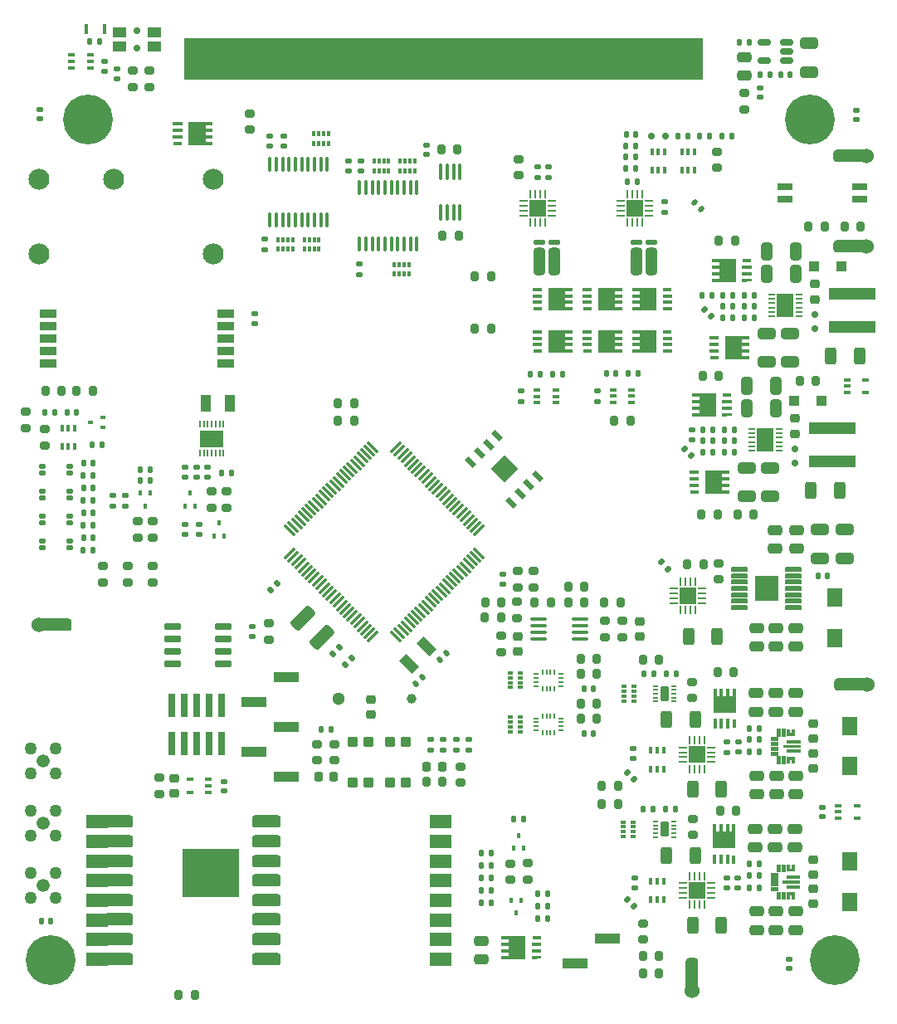
<source format=gts>
G04 #@! TF.GenerationSoftware,KiCad,Pcbnew,7.0.1*
G04 #@! TF.CreationDate,2023-06-21T10:38:35-04:00*
G04 #@! TF.ProjectId,mainboard,6d61696e-626f-4617-9264-2e6b69636164,C*
G04 #@! TF.SameCoordinates,Original*
G04 #@! TF.FileFunction,Soldermask,Top*
G04 #@! TF.FilePolarity,Negative*
%FSLAX46Y46*%
G04 Gerber Fmt 4.6, Leading zero omitted, Abs format (unit mm)*
G04 Created by KiCad (PCBNEW 7.0.1) date 2023-06-21 10:38:35*
%MOMM*%
%LPD*%
G01*
G04 APERTURE LIST*
G04 Aperture macros list*
%AMRoundRect*
0 Rectangle with rounded corners*
0 $1 Rounding radius*
0 $2 $3 $4 $5 $6 $7 $8 $9 X,Y pos of 4 corners*
0 Add a 4 corners polygon primitive as box body*
4,1,4,$2,$3,$4,$5,$6,$7,$8,$9,$2,$3,0*
0 Add four circle primitives for the rounded corners*
1,1,$1+$1,$2,$3*
1,1,$1+$1,$4,$5*
1,1,$1+$1,$6,$7*
1,1,$1+$1,$8,$9*
0 Add four rect primitives between the rounded corners*
20,1,$1+$1,$2,$3,$4,$5,0*
20,1,$1+$1,$4,$5,$6,$7,0*
20,1,$1+$1,$6,$7,$8,$9,0*
20,1,$1+$1,$8,$9,$2,$3,0*%
%AMRotRect*
0 Rectangle, with rotation*
0 The origin of the aperture is its center*
0 $1 length*
0 $2 width*
0 $3 Rotation angle, in degrees counterclockwise*
0 Add horizontal line*
21,1,$1,$2,0,0,$3*%
%AMFreePoly0*
4,1,12,0.105238,2.379067,0.194454,2.319454,0.254067,2.230238,0.275000,2.125000,0.275000,-1.400000,-0.275000,-1.400000,-0.275000,2.125000,-0.254067,2.230238,-0.194454,2.319454,-0.105238,2.379067,0.000000,2.400000,0.105238,2.379067,0.105238,2.379067,$1*%
G04 Aperture macros list end*
%ADD10C,0.100000*%
%ADD11C,0.010000*%
%ADD12RoundRect,0.225000X0.225000X0.250000X-0.225000X0.250000X-0.225000X-0.250000X0.225000X-0.250000X0*%
%ADD13R,0.969500X0.340000*%
%ADD14RoundRect,0.200000X0.275000X-0.200000X0.275000X0.200000X-0.275000X0.200000X-0.275000X-0.200000X0*%
%ADD15RoundRect,0.135000X0.135000X0.185000X-0.135000X0.185000X-0.135000X-0.185000X0.135000X-0.185000X0*%
%ADD16RotRect,0.500000X1.100000X225.000000*%
%ADD17RotRect,2.000000X2.000000X225.000000*%
%ADD18RoundRect,0.150000X-0.725000X-0.150000X0.725000X-0.150000X0.725000X0.150000X-0.725000X0.150000X0*%
%ADD19RoundRect,0.135000X0.035355X-0.226274X0.226274X-0.035355X-0.035355X0.226274X-0.226274X0.035355X0*%
%ADD20C,2.133600*%
%ADD21RoundRect,0.140000X-0.170000X0.140000X-0.170000X-0.140000X0.170000X-0.140000X0.170000X0.140000X0*%
%ADD22RoundRect,0.135000X-0.135000X-0.185000X0.135000X-0.185000X0.135000X0.185000X-0.135000X0.185000X0*%
%ADD23RoundRect,0.135000X-0.185000X0.135000X-0.185000X-0.135000X0.185000X-0.135000X0.185000X0.135000X0*%
%ADD24RoundRect,0.250000X1.025305X0.494975X0.494975X1.025305X-1.025305X-0.494975X-0.494975X-1.025305X0*%
%ADD25RoundRect,0.140000X0.021213X-0.219203X0.219203X-0.021213X-0.021213X0.219203X-0.219203X0.021213X0*%
%ADD26RotRect,1.000000X1.800000X225.000000*%
%ADD27RoundRect,0.140000X-0.021213X0.219203X-0.219203X0.021213X0.021213X-0.219203X0.219203X-0.021213X0*%
%ADD28RoundRect,0.287500X-0.287500X-1.112500X0.287500X-1.112500X0.287500X1.112500X-0.287500X1.112500X0*%
%ADD29RoundRect,0.287500X0.287500X1.112500X-0.287500X1.112500X-0.287500X-1.112500X0.287500X-1.112500X0*%
%ADD30RoundRect,0.112500X-0.462500X-0.112500X0.462500X-0.112500X0.462500X0.112500X-0.462500X0.112500X0*%
%ADD31RoundRect,0.112500X0.462500X0.112500X-0.462500X0.112500X-0.462500X-0.112500X0.462500X-0.112500X0*%
%ADD32RoundRect,0.063500X1.000000X0.650000X-1.000000X0.650000X-1.000000X-0.650000X1.000000X-0.650000X0*%
%ADD33RoundRect,0.063500X2.849999X2.400000X-2.849999X2.400000X-2.849999X-2.400000X2.849999X-2.400000X0*%
%ADD34RoundRect,0.050800X-0.450000X0.450000X-0.450000X-0.450000X0.450000X-0.450000X0.450000X0.450000X0*%
%ADD35RoundRect,0.250000X-0.475000X0.250000X-0.475000X-0.250000X0.475000X-0.250000X0.475000X0.250000X0*%
%ADD36RoundRect,0.140000X-0.219203X-0.021213X-0.021213X-0.219203X0.219203X0.021213X0.021213X0.219203X0*%
%ADD37RoundRect,0.250000X0.475000X-0.250000X0.475000X0.250000X-0.475000X0.250000X-0.475000X-0.250000X0*%
%ADD38RoundRect,0.140000X0.140000X0.170000X-0.140000X0.170000X-0.140000X-0.170000X0.140000X-0.170000X0*%
%ADD39RoundRect,0.250000X0.650000X-0.325000X0.650000X0.325000X-0.650000X0.325000X-0.650000X-0.325000X0*%
%ADD40RoundRect,0.140000X0.170000X-0.140000X0.170000X0.140000X-0.170000X0.140000X-0.170000X-0.140000X0*%
%ADD41RoundRect,0.140000X-0.140000X-0.170000X0.140000X-0.170000X0.140000X0.170000X-0.140000X0.170000X0*%
%ADD42R,0.370000X1.000000*%
%ADD43FreePoly0,0.000000*%
%ADD44C,0.700000*%
%ADD45R,1.400000X1.050000*%
%ADD46RoundRect,0.150000X0.512500X0.150000X-0.512500X0.150000X-0.512500X-0.150000X0.512500X-0.150000X0*%
%ADD47RoundRect,0.225000X-0.250000X0.225000X-0.250000X-0.225000X0.250000X-0.225000X0.250000X0.225000X0*%
%ADD48R,1.600000X1.900000*%
%ADD49RoundRect,0.075000X0.521491X-0.415425X-0.415425X0.521491X-0.521491X0.415425X0.415425X-0.521491X0*%
%ADD50RoundRect,0.075000X0.521491X0.415425X0.415425X0.521491X-0.521491X-0.415425X-0.415425X-0.521491X0*%
%ADD51RoundRect,0.225000X0.250000X-0.225000X0.250000X0.225000X-0.250000X0.225000X-0.250000X-0.225000X0*%
%ADD52RoundRect,0.200000X-0.200000X-0.275000X0.200000X-0.275000X0.200000X0.275000X-0.200000X0.275000X0*%
%ADD53RoundRect,0.250000X-0.325000X-0.650000X0.325000X-0.650000X0.325000X0.650000X-0.325000X0.650000X0*%
%ADD54R,4.700000X1.180000*%
%ADD55C,1.334000*%
%ADD56C,1.268000*%
%ADD57RoundRect,0.135000X0.185000X-0.135000X0.185000X0.135000X-0.185000X0.135000X-0.185000X-0.135000X0*%
%ADD58RoundRect,0.125000X-0.187500X-0.125000X0.187500X-0.125000X0.187500X0.125000X-0.187500X0.125000X0*%
%ADD59C,1.524000*%
%ADD60RoundRect,0.317500X-1.587500X-0.317500X1.587500X-0.317500X1.587500X0.317500X-1.587500X0.317500X0*%
%ADD61R,0.225000X0.612000*%
%ADD62R,0.225000X0.513500*%
%ADD63R,0.513000X0.225000*%
%ADD64R,2.510000X1.000000*%
%ADD65R,0.400000X0.510000*%
%ADD66RoundRect,0.200000X-0.275000X0.200000X-0.275000X-0.200000X0.275000X-0.200000X0.275000X0.200000X0*%
%ADD67RoundRect,0.150000X0.200000X-0.150000X0.200000X0.150000X-0.200000X0.150000X-0.200000X-0.150000X0*%
%ADD68R,0.250000X0.700000*%
%ADD69R,2.350000X1.780000*%
%ADD70RoundRect,0.200000X0.200000X0.275000X-0.200000X0.275000X-0.200000X-0.275000X0.200000X-0.275000X0*%
%ADD71R,0.340000X0.969500*%
%ADD72RoundRect,0.317500X1.157500X0.317500X-1.157500X0.317500X-1.157500X-0.317500X1.157500X-0.317500X0*%
%ADD73R,0.700000X0.250000*%
%ADD74R,1.660000X2.380000*%
%ADD75RoundRect,0.147500X0.226274X0.017678X0.017678X0.226274X-0.226274X-0.017678X-0.017678X-0.226274X0*%
%ADD76RoundRect,0.062500X-0.062500X0.350000X-0.062500X-0.350000X0.062500X-0.350000X0.062500X0.350000X0*%
%ADD77RoundRect,0.062500X-0.350000X0.062500X-0.350000X-0.062500X0.350000X-0.062500X0.350000X0.062500X0*%
%ADD78R,1.680000X1.680000*%
%ADD79RoundRect,0.225000X-0.225000X-0.250000X0.225000X-0.250000X0.225000X0.250000X-0.225000X0.250000X0*%
%ADD80R,1.651000X0.914400*%
%ADD81R,0.400000X0.500000*%
%ADD82R,0.300000X0.500000*%
%ADD83R,0.400000X0.650000*%
%ADD84RoundRect,0.147500X-0.147500X-0.172500X0.147500X-0.172500X0.147500X0.172500X-0.147500X0.172500X0*%
%ADD85R,0.500000X0.400000*%
%ADD86R,0.500000X0.300000*%
%ADD87R,0.650000X0.400000*%
%ADD88R,0.740000X2.400000*%
%ADD89RoundRect,0.100000X0.100000X-0.637500X0.100000X0.637500X-0.100000X0.637500X-0.100000X-0.637500X0*%
%ADD90C,5.080000*%
%ADD91RoundRect,0.317500X-0.317500X1.587500X-0.317500X-1.587500X0.317500X-1.587500X0.317500X1.587500X0*%
%ADD92RoundRect,0.250000X0.312500X0.625000X-0.312500X0.625000X-0.312500X-0.625000X0.312500X-0.625000X0*%
%ADD93RoundRect,0.250000X0.300000X0.300000X-0.300000X0.300000X-0.300000X-0.300000X0.300000X-0.300000X0*%
%ADD94R,0.510000X0.400000*%
%ADD95RoundRect,0.100000X0.712500X0.100000X-0.712500X0.100000X-0.712500X-0.100000X0.712500X-0.100000X0*%
%ADD96R,1.600000X0.760000*%
%ADD97RoundRect,0.250000X-0.312500X-0.625000X0.312500X-0.625000X0.312500X0.625000X-0.312500X0.625000X0*%
%ADD98RoundRect,0.150000X-0.150000X-0.200000X0.150000X-0.200000X0.150000X0.200000X-0.150000X0.200000X0*%
%ADD99RoundRect,0.317500X1.587500X0.317500X-1.587500X0.317500X-1.587500X-0.317500X1.587500X-0.317500X0*%
%ADD100RoundRect,0.135000X-0.035355X0.226274X-0.226274X0.035355X0.035355X-0.226274X0.226274X-0.035355X0*%
%ADD101RoundRect,0.050000X0.200000X0.050000X-0.200000X0.050000X-0.200000X-0.050000X0.200000X-0.050000X0*%
%ADD102RoundRect,0.225000X0.225000X0.525000X-0.225000X0.525000X-0.225000X-0.525000X0.225000X-0.525000X0*%
%ADD103RoundRect,0.063500X-0.800100X-0.152400X0.800100X-0.152400X0.800100X0.152400X-0.800100X0.152400X0*%
%ADD104RoundRect,0.063500X-1.155000X-1.230000X1.155000X-1.230000X1.155000X1.230000X-1.155000X1.230000X0*%
%ADD105RoundRect,0.100000X0.100000X-0.712500X0.100000X0.712500X-0.100000X0.712500X-0.100000X-0.712500X0*%
%ADD106R,1.000000X1.800000*%
%ADD107C,1.300000*%
%ADD108C,1.000000*%
G04 APERTURE END LIST*
G36*
X69295500Y-62187000D02*
G01*
X68326000Y-62187000D01*
X68326000Y-61849000D01*
X69295500Y-61847000D01*
X69295500Y-62187000D01*
G37*
G36*
X69295500Y-62835000D02*
G01*
X68326000Y-62835000D01*
X68326000Y-62497000D01*
X69295500Y-62495000D01*
X69295500Y-62835000D01*
G37*
G36*
X69295500Y-63485000D02*
G01*
X68326000Y-63485000D01*
X68326000Y-63147000D01*
X69295500Y-63145000D01*
X69295500Y-63485000D01*
G37*
G36*
X72390000Y-62187000D02*
G01*
X71645500Y-62187000D01*
X71645500Y-62497000D01*
X72390000Y-62497000D01*
X72390000Y-62837000D01*
X71645500Y-62837000D01*
X71645500Y-63147000D01*
X72390000Y-63147000D01*
X72390000Y-63487000D01*
X71645500Y-63487000D01*
X71645500Y-63797000D01*
X72390000Y-63797000D01*
X72390000Y-64137000D01*
X69935000Y-64137000D01*
X69935000Y-61847000D01*
X72390000Y-61847000D01*
X72390000Y-62187000D01*
G37*
D10*
X122283811Y-57437160D02*
X69483811Y-57437160D01*
X69483811Y-53237160D01*
X122283811Y-53237160D01*
X122283811Y-57437160D01*
G36*
X122283811Y-57437160D02*
G01*
X69483811Y-57437160D01*
X69483811Y-53237160D01*
X122283811Y-53237160D01*
X122283811Y-57437160D01*
G37*
D11*
X130034602Y-124901000D02*
X129334602Y-124901000D01*
X129334602Y-124551000D01*
X130034602Y-124551000D01*
X130034602Y-124901000D01*
G36*
X130034602Y-124901000D02*
G01*
X129334602Y-124901000D01*
X129334602Y-124551000D01*
X130034602Y-124551000D01*
X130034602Y-124901000D01*
G37*
X130034602Y-125401000D02*
X129334602Y-125401000D01*
X129334602Y-125051000D01*
X130034602Y-125051000D01*
X130034602Y-125401000D01*
G36*
X130034602Y-125401000D02*
G01*
X129334602Y-125401000D01*
X129334602Y-125051000D01*
X130034602Y-125051000D01*
X130034602Y-125401000D01*
G37*
X130034602Y-125901000D02*
X129334602Y-125901000D01*
X129334602Y-125551000D01*
X130034602Y-125551000D01*
X130034602Y-125901000D01*
G36*
X130034602Y-125901000D02*
G01*
X129334602Y-125901000D01*
X129334602Y-125551000D01*
X130034602Y-125551000D01*
X130034602Y-125901000D01*
G37*
X130034602Y-126401000D02*
X129334602Y-126401000D01*
X129334602Y-126051000D01*
X130034602Y-126051000D01*
X130034602Y-126401000D01*
G36*
X130034602Y-126401000D02*
G01*
X129334602Y-126401000D01*
X129334602Y-126051000D01*
X130034602Y-126051000D01*
X130034602Y-126401000D01*
G37*
X130284602Y-124426000D02*
X129934602Y-124426000D01*
X129934602Y-123726000D01*
X130284602Y-123726000D01*
X130284602Y-124426000D01*
G36*
X130284602Y-124426000D02*
G01*
X129934602Y-124426000D01*
X129934602Y-123726000D01*
X130284602Y-123726000D01*
X130284602Y-124426000D01*
G37*
X130284602Y-127226000D02*
X129934602Y-127226000D01*
X129934602Y-126526000D01*
X130284602Y-126526000D01*
X130284602Y-127226000D01*
G36*
X130284602Y-127226000D02*
G01*
X129934602Y-127226000D01*
X129934602Y-126526000D01*
X130284602Y-126526000D01*
X130284602Y-127226000D01*
G37*
X130784602Y-124426000D02*
X130434602Y-124426000D01*
X130434602Y-123726000D01*
X130784602Y-123726000D01*
X130784602Y-124426000D01*
G36*
X130784602Y-124426000D02*
G01*
X130434602Y-124426000D01*
X130434602Y-123726000D01*
X130784602Y-123726000D01*
X130784602Y-124426000D01*
G37*
X130784602Y-127226000D02*
X130434602Y-127226000D01*
X130434602Y-126526000D01*
X130784602Y-126526000D01*
X130784602Y-127226000D01*
G36*
X130784602Y-127226000D02*
G01*
X130434602Y-127226000D01*
X130434602Y-126526000D01*
X130784602Y-126526000D01*
X130784602Y-127226000D01*
G37*
X132284602Y-125601000D02*
X130584602Y-125601000D01*
X130584602Y-125351000D01*
X132284602Y-125351000D01*
X132284602Y-125601000D01*
G36*
X132284602Y-125601000D02*
G01*
X130584602Y-125601000D01*
X130584602Y-125351000D01*
X132284602Y-125351000D01*
X132284602Y-125601000D01*
G37*
X132284602Y-125101000D02*
X130934602Y-125101000D01*
X130934602Y-124851000D01*
X132284602Y-124851000D01*
X132284602Y-125101000D01*
G36*
X132284602Y-125101000D02*
G01*
X130934602Y-125101000D01*
X130934602Y-124851000D01*
X132284602Y-124851000D01*
X132284602Y-125101000D01*
G37*
X132284602Y-126101000D02*
X130934602Y-126101000D01*
X130934602Y-125851000D01*
X132284602Y-125851000D01*
X132284602Y-126101000D01*
G36*
X132284602Y-126101000D02*
G01*
X130934602Y-126101000D01*
X130934602Y-125851000D01*
X132284602Y-125851000D01*
X132284602Y-126101000D01*
G37*
X131734602Y-127176000D02*
X131484602Y-127176000D01*
X131484602Y-126826000D01*
X131234602Y-126826000D01*
X131234602Y-127176000D01*
X130984602Y-127176000D01*
X130984602Y-126576000D01*
X131734602Y-126576000D01*
X131734602Y-127176000D01*
G36*
X131734602Y-127176000D02*
G01*
X131484602Y-127176000D01*
X131484602Y-126826000D01*
X131234602Y-126826000D01*
X131234602Y-127176000D01*
X130984602Y-127176000D01*
X130984602Y-126576000D01*
X131734602Y-126576000D01*
X131734602Y-127176000D01*
G37*
X131234602Y-124126000D02*
X131484602Y-124126000D01*
X131484602Y-123776000D01*
X131734602Y-123776000D01*
X131734602Y-124376000D01*
X130984602Y-124376000D01*
X130984602Y-123776000D01*
X131234602Y-123776000D01*
X131234602Y-124126000D01*
G36*
X131234602Y-124126000D02*
G01*
X131484602Y-124126000D01*
X131484602Y-123776000D01*
X131734602Y-123776000D01*
X131734602Y-124376000D01*
X130984602Y-124376000D01*
X130984602Y-123776000D01*
X131234602Y-123776000D01*
X131234602Y-124126000D01*
G37*
G36*
X125338000Y-91821000D02*
G01*
X124368500Y-91823000D01*
X124368500Y-91483000D01*
X125338000Y-91483000D01*
X125338000Y-91821000D01*
G37*
G36*
X125338000Y-91173000D02*
G01*
X124368500Y-91175000D01*
X124368500Y-90835000D01*
X125338000Y-90835000D01*
X125338000Y-91173000D01*
G37*
G36*
X125338000Y-90523000D02*
G01*
X124368500Y-90525000D01*
X124368500Y-90185000D01*
X125338000Y-90185000D01*
X125338000Y-90523000D01*
G37*
G36*
X123729000Y-91823000D02*
G01*
X121274000Y-91823000D01*
X121274000Y-91483000D01*
X122018500Y-91483000D01*
X122018500Y-91173000D01*
X121274000Y-91173000D01*
X121274000Y-90833000D01*
X122018500Y-90833000D01*
X122018500Y-90523000D01*
X121274000Y-90523000D01*
X121274000Y-90183000D01*
X122018500Y-90183000D01*
X122018500Y-89873000D01*
X121274000Y-89873000D01*
X121274000Y-89533000D01*
X123729000Y-89533000D01*
X123729000Y-91823000D01*
G37*
G36*
X106009500Y-83396001D02*
G01*
X105040000Y-83396001D01*
X105040000Y-83058001D01*
X106009500Y-83056001D01*
X106009500Y-83396001D01*
G37*
G36*
X106009500Y-84044001D02*
G01*
X105040000Y-84044001D01*
X105040000Y-83706001D01*
X106009500Y-83704001D01*
X106009500Y-84044001D01*
G37*
G36*
X106009500Y-84694001D02*
G01*
X105040000Y-84694001D01*
X105040000Y-84356001D01*
X106009500Y-84354001D01*
X106009500Y-84694001D01*
G37*
G36*
X109104000Y-83396001D02*
G01*
X108359500Y-83396001D01*
X108359500Y-83706001D01*
X109104000Y-83706001D01*
X109104000Y-84046001D01*
X108359500Y-84046001D01*
X108359500Y-84356001D01*
X109104000Y-84356001D01*
X109104000Y-84696001D01*
X108359500Y-84696001D01*
X108359500Y-85006001D01*
X109104000Y-85006001D01*
X109104000Y-85346001D01*
X106649000Y-85346001D01*
X106649000Y-83056001D01*
X109104000Y-83056001D01*
X109104000Y-83396001D01*
G37*
G36*
X123806602Y-123687001D02*
G01*
X123468602Y-123687001D01*
X123466602Y-122717501D01*
X123806602Y-122717501D01*
X123806602Y-123687001D01*
G37*
G36*
X124454602Y-123687001D02*
G01*
X124116602Y-123687001D01*
X124114602Y-122717501D01*
X124454602Y-122717501D01*
X124454602Y-123687001D01*
G37*
G36*
X125104602Y-123687001D02*
G01*
X124766602Y-123687001D01*
X124764602Y-122717501D01*
X125104602Y-122717501D01*
X125104602Y-123687001D01*
G37*
G36*
X123806602Y-120367501D02*
G01*
X124116602Y-120367501D01*
X124116602Y-119623001D01*
X124456602Y-119623001D01*
X124456602Y-120367501D01*
X124766602Y-120367501D01*
X124766602Y-119623001D01*
X125106602Y-119623001D01*
X125106602Y-120367501D01*
X125416602Y-120367501D01*
X125416602Y-119623001D01*
X125756602Y-119623001D01*
X125756602Y-122078001D01*
X123466602Y-122078001D01*
X123466602Y-119623001D01*
X123806602Y-119623001D01*
X123806602Y-120367501D01*
G37*
G36*
X127370000Y-78105000D02*
G01*
X126400500Y-78107000D01*
X126400500Y-77767000D01*
X127370000Y-77767000D01*
X127370000Y-78105000D01*
G37*
G36*
X127370000Y-77457000D02*
G01*
X126400500Y-77459000D01*
X126400500Y-77119000D01*
X127370000Y-77119000D01*
X127370000Y-77457000D01*
G37*
G36*
X127370000Y-76807000D02*
G01*
X126400500Y-76809000D01*
X126400500Y-76469000D01*
X127370000Y-76469000D01*
X127370000Y-76807000D01*
G37*
G36*
X125761000Y-78107000D02*
G01*
X123306000Y-78107000D01*
X123306000Y-77767000D01*
X124050500Y-77767000D01*
X124050500Y-77457000D01*
X123306000Y-77457000D01*
X123306000Y-77117000D01*
X124050500Y-77117000D01*
X124050500Y-76807000D01*
X123306000Y-76807000D01*
X123306000Y-76467000D01*
X124050500Y-76467000D01*
X124050500Y-76157000D01*
X123306000Y-76157000D01*
X123306000Y-75817000D01*
X125761000Y-75817000D01*
X125761000Y-78107000D01*
G37*
G36*
X123782000Y-137526001D02*
G01*
X123444000Y-137526001D01*
X123442000Y-136556501D01*
X123782000Y-136556501D01*
X123782000Y-137526001D01*
G37*
G36*
X124430000Y-137526001D02*
G01*
X124092000Y-137526001D01*
X124090000Y-136556501D01*
X124430000Y-136556501D01*
X124430000Y-137526001D01*
G37*
G36*
X125080000Y-137526001D02*
G01*
X124742000Y-137526001D01*
X124740000Y-136556501D01*
X125080000Y-136556501D01*
X125080000Y-137526001D01*
G37*
G36*
X123782000Y-134206501D02*
G01*
X124092000Y-134206501D01*
X124092000Y-133462001D01*
X124432000Y-133462001D01*
X124432000Y-134206501D01*
X124742000Y-134206501D01*
X124742000Y-133462001D01*
X125082000Y-133462001D01*
X125082000Y-134206501D01*
X125392000Y-134206501D01*
X125392000Y-133462001D01*
X125732000Y-133462001D01*
X125732000Y-135917001D01*
X123442000Y-135917001D01*
X123442000Y-133462001D01*
X123782000Y-133462001D01*
X123782000Y-134206501D01*
G37*
G36*
X124043499Y-84031000D02*
G01*
X123073999Y-84031000D01*
X123073999Y-83693000D01*
X124043499Y-83691000D01*
X124043499Y-84031000D01*
G37*
G36*
X124043499Y-84679000D02*
G01*
X123073999Y-84679000D01*
X123073999Y-84341000D01*
X124043499Y-84339000D01*
X124043499Y-84679000D01*
G37*
G36*
X124043499Y-85329000D02*
G01*
X123073999Y-85329000D01*
X123073999Y-84991000D01*
X124043499Y-84989000D01*
X124043499Y-85329000D01*
G37*
G36*
X127137999Y-84031000D02*
G01*
X126393499Y-84031000D01*
X126393499Y-84341000D01*
X127137999Y-84341000D01*
X127137999Y-84681000D01*
X126393499Y-84681000D01*
X126393499Y-84991000D01*
X127137999Y-84991000D01*
X127137999Y-85331000D01*
X126393499Y-85331000D01*
X126393499Y-85641000D01*
X127137999Y-85641000D01*
X127137999Y-85981000D01*
X124682999Y-85981000D01*
X124682999Y-83691000D01*
X127137999Y-83691000D01*
X127137999Y-84031000D01*
G37*
G36*
X119264001Y-85344000D02*
G01*
X118294501Y-85346000D01*
X118294501Y-85006000D01*
X119264001Y-85006000D01*
X119264001Y-85344000D01*
G37*
G36*
X119264001Y-84696000D02*
G01*
X118294501Y-84698000D01*
X118294501Y-84358000D01*
X119264001Y-84358000D01*
X119264001Y-84696000D01*
G37*
G36*
X119264001Y-84046000D02*
G01*
X118294501Y-84048000D01*
X118294501Y-83708000D01*
X119264001Y-83708000D01*
X119264001Y-84046000D01*
G37*
G36*
X117655001Y-85346000D02*
G01*
X115200001Y-85346000D01*
X115200001Y-85006000D01*
X115944501Y-85006000D01*
X115944501Y-84696000D01*
X115200001Y-84696000D01*
X115200001Y-84356000D01*
X115944501Y-84356000D01*
X115944501Y-84046000D01*
X115200001Y-84046000D01*
X115200001Y-83706000D01*
X115944501Y-83706000D01*
X115944501Y-83396000D01*
X115200001Y-83396000D01*
X115200001Y-83056000D01*
X117655001Y-83056000D01*
X117655001Y-85346000D01*
G37*
G36*
X111089499Y-83396000D02*
G01*
X110119999Y-83396000D01*
X110119999Y-83058000D01*
X111089499Y-83056000D01*
X111089499Y-83396000D01*
G37*
G36*
X111089499Y-84044000D02*
G01*
X110119999Y-84044000D01*
X110119999Y-83706000D01*
X111089499Y-83704000D01*
X111089499Y-84044000D01*
G37*
G36*
X111089499Y-84694000D02*
G01*
X110119999Y-84694000D01*
X110119999Y-84356000D01*
X111089499Y-84354000D01*
X111089499Y-84694000D01*
G37*
G36*
X114183999Y-83396000D02*
G01*
X113439499Y-83396000D01*
X113439499Y-83706000D01*
X114183999Y-83706000D01*
X114183999Y-84046000D01*
X113439499Y-84046000D01*
X113439499Y-84356000D01*
X114183999Y-84356000D01*
X114183999Y-84696000D01*
X113439499Y-84696000D01*
X113439499Y-85006000D01*
X114183999Y-85006000D01*
X114183999Y-85346000D01*
X111728999Y-85346000D01*
X111728999Y-83056000D01*
X114183999Y-83056000D01*
X114183999Y-83396000D01*
G37*
X130010000Y-138740000D02*
X129310000Y-138740000D01*
X129310000Y-138390000D01*
X130010000Y-138390000D01*
X130010000Y-138740000D01*
G36*
X130010000Y-138740000D02*
G01*
X129310000Y-138740000D01*
X129310000Y-138390000D01*
X130010000Y-138390000D01*
X130010000Y-138740000D01*
G37*
X130010000Y-139240000D02*
X129310000Y-139240000D01*
X129310000Y-138890000D01*
X130010000Y-138890000D01*
X130010000Y-139240000D01*
G36*
X130010000Y-139240000D02*
G01*
X129310000Y-139240000D01*
X129310000Y-138890000D01*
X130010000Y-138890000D01*
X130010000Y-139240000D01*
G37*
X130010000Y-139740000D02*
X129310000Y-139740000D01*
X129310000Y-139390000D01*
X130010000Y-139390000D01*
X130010000Y-139740000D01*
G36*
X130010000Y-139740000D02*
G01*
X129310000Y-139740000D01*
X129310000Y-139390000D01*
X130010000Y-139390000D01*
X130010000Y-139740000D01*
G37*
X130010000Y-140240000D02*
X129310000Y-140240000D01*
X129310000Y-139890000D01*
X130010000Y-139890000D01*
X130010000Y-140240000D01*
G36*
X130010000Y-140240000D02*
G01*
X129310000Y-140240000D01*
X129310000Y-139890000D01*
X130010000Y-139890000D01*
X130010000Y-140240000D01*
G37*
X130260000Y-138265000D02*
X129910000Y-138265000D01*
X129910000Y-137565000D01*
X130260000Y-137565000D01*
X130260000Y-138265000D01*
G36*
X130260000Y-138265000D02*
G01*
X129910000Y-138265000D01*
X129910000Y-137565000D01*
X130260000Y-137565000D01*
X130260000Y-138265000D01*
G37*
X130260000Y-141065000D02*
X129910000Y-141065000D01*
X129910000Y-140365000D01*
X130260000Y-140365000D01*
X130260000Y-141065000D01*
G36*
X130260000Y-141065000D02*
G01*
X129910000Y-141065000D01*
X129910000Y-140365000D01*
X130260000Y-140365000D01*
X130260000Y-141065000D01*
G37*
X130760000Y-138265000D02*
X130410000Y-138265000D01*
X130410000Y-137565000D01*
X130760000Y-137565000D01*
X130760000Y-138265000D01*
G36*
X130760000Y-138265000D02*
G01*
X130410000Y-138265000D01*
X130410000Y-137565000D01*
X130760000Y-137565000D01*
X130760000Y-138265000D01*
G37*
X130760000Y-141065000D02*
X130410000Y-141065000D01*
X130410000Y-140365000D01*
X130760000Y-140365000D01*
X130760000Y-141065000D01*
G36*
X130760000Y-141065000D02*
G01*
X130410000Y-141065000D01*
X130410000Y-140365000D01*
X130760000Y-140365000D01*
X130760000Y-141065000D01*
G37*
X132260000Y-139440000D02*
X130560000Y-139440000D01*
X130560000Y-139190000D01*
X132260000Y-139190000D01*
X132260000Y-139440000D01*
G36*
X132260000Y-139440000D02*
G01*
X130560000Y-139440000D01*
X130560000Y-139190000D01*
X132260000Y-139190000D01*
X132260000Y-139440000D01*
G37*
X132260000Y-138940000D02*
X130910000Y-138940000D01*
X130910000Y-138690000D01*
X132260000Y-138690000D01*
X132260000Y-138940000D01*
G36*
X132260000Y-138940000D02*
G01*
X130910000Y-138940000D01*
X130910000Y-138690000D01*
X132260000Y-138690000D01*
X132260000Y-138940000D01*
G37*
X132260000Y-139940000D02*
X130910000Y-139940000D01*
X130910000Y-139690000D01*
X132260000Y-139690000D01*
X132260000Y-139940000D01*
G36*
X132260000Y-139940000D02*
G01*
X130910000Y-139940000D01*
X130910000Y-139690000D01*
X132260000Y-139690000D01*
X132260000Y-139940000D01*
G37*
X131710000Y-141015000D02*
X131460000Y-141015000D01*
X131460000Y-140665000D01*
X131210000Y-140665000D01*
X131210000Y-141015000D01*
X130960000Y-141015000D01*
X130960000Y-140415000D01*
X131710000Y-140415000D01*
X131710000Y-141015000D01*
G36*
X131710000Y-141015000D02*
G01*
X131460000Y-141015000D01*
X131460000Y-140665000D01*
X131210000Y-140665000D01*
X131210000Y-141015000D01*
X130960000Y-141015000D01*
X130960000Y-140415000D01*
X131710000Y-140415000D01*
X131710000Y-141015000D01*
G37*
X131210000Y-137965000D02*
X131460000Y-137965000D01*
X131460000Y-137615000D01*
X131710000Y-137615000D01*
X131710000Y-138215000D01*
X130960000Y-138215000D01*
X130960000Y-137615000D01*
X131210000Y-137615000D01*
X131210000Y-137965000D01*
G36*
X131210000Y-137965000D02*
G01*
X131460000Y-137965000D01*
X131460000Y-137615000D01*
X131710000Y-137615000D01*
X131710000Y-138215000D01*
X130960000Y-138215000D01*
X130960000Y-137615000D01*
X131210000Y-137615000D01*
X131210000Y-137965000D01*
G37*
G36*
X119264002Y-81026000D02*
G01*
X118294502Y-81028000D01*
X118294502Y-80688000D01*
X119264002Y-80688000D01*
X119264002Y-81026000D01*
G37*
G36*
X119264002Y-80378000D02*
G01*
X118294502Y-80380000D01*
X118294502Y-80040000D01*
X119264002Y-80040000D01*
X119264002Y-80378000D01*
G37*
G36*
X119264002Y-79728000D02*
G01*
X118294502Y-79730000D01*
X118294502Y-79390000D01*
X119264002Y-79390000D01*
X119264002Y-79728000D01*
G37*
G36*
X117655002Y-81028000D02*
G01*
X115200002Y-81028000D01*
X115200002Y-80688000D01*
X115944502Y-80688000D01*
X115944502Y-80378000D01*
X115200002Y-80378000D01*
X115200002Y-80038000D01*
X115944502Y-80038000D01*
X115944502Y-79728000D01*
X115200002Y-79728000D01*
X115200002Y-79388000D01*
X115944502Y-79388000D01*
X115944502Y-79078000D01*
X115200002Y-79078000D01*
X115200002Y-78738000D01*
X117655002Y-78738000D01*
X117655002Y-81028000D01*
G37*
G36*
X106009499Y-79078000D02*
G01*
X105039999Y-79078000D01*
X105039999Y-78740000D01*
X106009499Y-78738000D01*
X106009499Y-79078000D01*
G37*
G36*
X106009499Y-79726000D02*
G01*
X105039999Y-79726000D01*
X105039999Y-79388000D01*
X106009499Y-79386000D01*
X106009499Y-79726000D01*
G37*
G36*
X106009499Y-80376000D02*
G01*
X105039999Y-80376000D01*
X105039999Y-80038000D01*
X106009499Y-80036000D01*
X106009499Y-80376000D01*
G37*
G36*
X109103999Y-79078000D02*
G01*
X108359499Y-79078000D01*
X108359499Y-79388000D01*
X109103999Y-79388000D01*
X109103999Y-79728000D01*
X108359499Y-79728000D01*
X108359499Y-80038000D01*
X109103999Y-80038000D01*
X109103999Y-80378000D01*
X108359499Y-80378000D01*
X108359499Y-80688000D01*
X109103999Y-80688000D01*
X109103999Y-81028000D01*
X106648999Y-81028000D01*
X106648999Y-78738000D01*
X109103999Y-78738000D01*
X109103999Y-79078000D01*
G37*
G36*
X105918000Y-147193000D02*
G01*
X104948500Y-147195000D01*
X104948500Y-146855000D01*
X105918000Y-146855000D01*
X105918000Y-147193000D01*
G37*
G36*
X105918000Y-146545000D02*
G01*
X104948500Y-146547000D01*
X104948500Y-146207000D01*
X105918000Y-146207000D01*
X105918000Y-146545000D01*
G37*
G36*
X105918000Y-145895000D02*
G01*
X104948500Y-145897000D01*
X104948500Y-145557000D01*
X105918000Y-145557000D01*
X105918000Y-145895000D01*
G37*
G36*
X104309000Y-147195000D02*
G01*
X101854000Y-147195000D01*
X101854000Y-146855000D01*
X102598500Y-146855000D01*
X102598500Y-146545000D01*
X101854000Y-146545000D01*
X101854000Y-146205000D01*
X102598500Y-146205000D01*
X102598500Y-145895000D01*
X101854000Y-145895000D01*
X101854000Y-145555000D01*
X102598500Y-145555000D01*
X102598500Y-145245000D01*
X101854000Y-145245000D01*
X101854000Y-144905000D01*
X104309000Y-144905000D01*
X104309000Y-147195000D01*
G37*
G36*
X122011499Y-97747000D02*
G01*
X121041999Y-97747000D01*
X121041999Y-97409000D01*
X122011499Y-97407000D01*
X122011499Y-97747000D01*
G37*
G36*
X122011499Y-98395000D02*
G01*
X121041999Y-98395000D01*
X121041999Y-98057000D01*
X122011499Y-98055000D01*
X122011499Y-98395000D01*
G37*
G36*
X122011499Y-99045000D02*
G01*
X121041999Y-99045000D01*
X121041999Y-98707000D01*
X122011499Y-98705000D01*
X122011499Y-99045000D01*
G37*
G36*
X125105999Y-97747000D02*
G01*
X124361499Y-97747000D01*
X124361499Y-98057000D01*
X125105999Y-98057000D01*
X125105999Y-98397000D01*
X124361499Y-98397000D01*
X124361499Y-98707000D01*
X125105999Y-98707000D01*
X125105999Y-99047000D01*
X124361499Y-99047000D01*
X124361499Y-99357000D01*
X125105999Y-99357000D01*
X125105999Y-99697000D01*
X122650999Y-99697000D01*
X122650999Y-97407000D01*
X125105999Y-97407000D01*
X125105999Y-97747000D01*
G37*
G36*
X111089499Y-79078000D02*
G01*
X110119999Y-79078000D01*
X110119999Y-78740000D01*
X111089499Y-78738000D01*
X111089499Y-79078000D01*
G37*
G36*
X111089499Y-79726000D02*
G01*
X110119999Y-79726000D01*
X110119999Y-79388000D01*
X111089499Y-79386000D01*
X111089499Y-79726000D01*
G37*
G36*
X111089499Y-80376000D02*
G01*
X110119999Y-80376000D01*
X110119999Y-80038000D01*
X111089499Y-80036000D01*
X111089499Y-80376000D01*
G37*
G36*
X114183999Y-79078000D02*
G01*
X113439499Y-79078000D01*
X113439499Y-79388000D01*
X114183999Y-79388000D01*
X114183999Y-79728000D01*
X113439499Y-79728000D01*
X113439499Y-80038000D01*
X114183999Y-80038000D01*
X114183999Y-80378000D01*
X113439499Y-80378000D01*
X113439499Y-80688000D01*
X114183999Y-80688000D01*
X114183999Y-81028000D01*
X111728999Y-81028000D01*
X111728999Y-78738000D01*
X114183999Y-78738000D01*
X114183999Y-79078000D01*
G37*
D12*
X84722000Y-128651000D03*
X83172000Y-128651000D03*
D13*
X68810750Y-63967000D03*
D14*
X103505000Y-109285000D03*
X103505000Y-107635000D03*
D15*
X84431600Y-123825000D03*
X83411600Y-123825000D03*
D16*
X101424670Y-93833456D03*
X100526644Y-94731482D03*
X99628619Y-95629507D03*
X98730593Y-96527533D03*
X102831812Y-100628752D03*
X103729838Y-99730726D03*
X104627863Y-98832701D03*
X105525889Y-97934675D03*
D17*
X102128241Y-97231104D03*
D18*
X68291000Y-113284000D03*
X68291000Y-114554000D03*
X68291000Y-115824000D03*
X68291000Y-117094000D03*
X73441000Y-117094000D03*
X73441000Y-115824000D03*
X73441000Y-114554000D03*
X73441000Y-113284000D03*
D19*
X84632978Y-116096220D03*
X85354226Y-115374972D03*
D20*
X72478900Y-67691000D03*
X72478900Y-75311000D03*
X62318900Y-67691000D03*
X54698900Y-75311000D03*
X54698900Y-67691000D03*
D21*
X101981000Y-107975001D03*
X101981000Y-108935001D03*
D22*
X99820000Y-137668000D03*
X100840000Y-137668000D03*
D23*
X76454000Y-113282000D03*
X76454000Y-114302000D03*
D24*
X83539949Y-114400949D03*
X81560051Y-112421051D03*
D25*
X95566421Y-116694843D03*
X96245243Y-116016021D03*
D26*
X92455506Y-117111682D03*
X94223272Y-115343916D03*
D27*
X93806433Y-118454832D03*
X93127611Y-119133654D03*
D14*
X105156000Y-109283000D03*
X105156000Y-107633000D03*
D28*
X105684000Y-76024000D03*
D29*
X107234000Y-76024000D03*
D30*
X105684000Y-74049000D03*
D31*
X107234000Y-74049000D03*
D32*
X60632000Y-133216000D03*
X60632000Y-135216000D03*
X60632000Y-137216000D03*
X60632000Y-139216000D03*
X60632000Y-141216000D03*
X60632000Y-143216000D03*
X60632000Y-145216000D03*
X60632000Y-147216000D03*
X95632000Y-147216000D03*
X95632000Y-145216000D03*
X95632000Y-143216000D03*
X95632000Y-141216000D03*
X95632000Y-139216000D03*
X95632000Y-137216000D03*
X95632000Y-135216000D03*
X95632000Y-133216000D03*
D33*
X72199500Y-138466000D03*
D34*
X88296000Y-129185000D03*
X86696000Y-129185000D03*
X88296000Y-125085000D03*
X86696000Y-125085000D03*
D35*
X99822000Y-145354000D03*
X99822000Y-147254000D03*
D36*
X121580589Y-70018589D03*
X122259411Y-70697411D03*
D37*
X126619000Y-57084000D03*
X126619000Y-55184000D03*
D21*
X128270000Y-58321000D03*
X128270000Y-59281000D03*
D38*
X131290000Y-57023000D03*
X130330000Y-57023000D03*
D39*
X133223000Y-56720000D03*
X133223000Y-53770000D03*
D21*
X54737000Y-60508000D03*
X54737000Y-61468000D03*
X138049000Y-60635000D03*
X138049000Y-61595000D03*
D40*
X131191000Y-148181000D03*
X131191000Y-147221000D03*
D41*
X54892000Y-143383000D03*
X55852000Y-143383000D03*
D42*
X59522000Y-52324000D03*
X61382000Y-52324000D03*
D43*
X70683811Y-55837160D03*
X71483811Y-55837160D03*
X72283811Y-55837160D03*
X73083811Y-55837160D03*
X73883811Y-55837160D03*
X74683811Y-55837160D03*
X75483811Y-55837160D03*
X76283811Y-55837160D03*
X77083811Y-55837160D03*
X77883811Y-55837160D03*
X78683811Y-55837160D03*
X79483811Y-55837160D03*
X80283811Y-55837160D03*
X81083811Y-55837160D03*
X81883811Y-55837160D03*
X82683811Y-55837160D03*
X83483811Y-55837160D03*
X84283811Y-55837160D03*
X85083811Y-55837160D03*
X85883811Y-55837160D03*
X86683811Y-55837160D03*
X87483811Y-55837160D03*
X88283811Y-55837160D03*
X89083811Y-55837160D03*
X89883811Y-55837160D03*
X90683811Y-55837160D03*
X91483811Y-55837160D03*
X92283811Y-55837160D03*
X93083811Y-55837160D03*
X93883811Y-55837160D03*
X94683811Y-55837160D03*
X95483811Y-55837160D03*
X99483811Y-55837160D03*
X100283811Y-55837160D03*
X101083811Y-55837160D03*
X101883811Y-55837160D03*
X102683811Y-55837160D03*
X103483811Y-55837160D03*
X104283811Y-55837160D03*
X105083811Y-55837160D03*
X105883811Y-55837160D03*
X106683811Y-55837160D03*
X107483811Y-55837160D03*
X108283811Y-55837160D03*
X109083811Y-55837160D03*
X109883811Y-55837160D03*
X110683811Y-55837160D03*
X111483811Y-55837160D03*
X112283811Y-55837160D03*
X113083811Y-55837160D03*
X113883811Y-55837160D03*
X114683811Y-55837160D03*
X115483811Y-55837160D03*
X116283811Y-55837160D03*
X117083811Y-55837160D03*
X117883811Y-55837160D03*
X118683811Y-55837160D03*
X119483811Y-55837160D03*
X120283811Y-55837160D03*
X121083811Y-55837160D03*
D22*
X128268000Y-57023000D03*
X129288000Y-57023000D03*
X59815000Y-53594000D03*
X60835000Y-53594000D03*
D14*
X65913000Y-58229000D03*
X65913000Y-56579000D03*
D44*
X64643000Y-52474172D03*
X64643000Y-54274172D03*
D45*
X66443000Y-52649172D03*
X66443000Y-54099172D03*
X62843000Y-52649172D03*
X62843000Y-54099172D03*
D46*
X130931500Y-55560000D03*
X130931500Y-54610000D03*
X130931500Y-53660000D03*
X128656500Y-53660000D03*
X128656500Y-55560000D03*
D15*
X127129000Y-53721000D03*
X126109000Y-53721000D03*
D37*
X129818602Y-121981000D03*
X129818602Y-120081000D03*
X131850602Y-121981000D03*
X131850602Y-120081000D03*
D47*
X133664000Y-123201000D03*
X133664000Y-124751000D03*
D35*
X129914000Y-128526000D03*
X129914000Y-130426000D03*
X131914000Y-128526000D03*
X131914000Y-130426000D03*
X127914000Y-128526000D03*
X127914000Y-130426000D03*
D41*
X127179602Y-126111000D03*
X128139602Y-126111000D03*
D48*
X137414000Y-123426000D03*
X137414000Y-127526000D03*
D49*
X91091565Y-114308846D03*
X91445118Y-113955293D03*
X91798672Y-113601740D03*
X92152225Y-113248186D03*
X92505779Y-112894633D03*
X92859332Y-112541079D03*
X93212885Y-112187526D03*
X93566439Y-111833973D03*
X93919992Y-111480419D03*
X94273546Y-111126866D03*
X94627099Y-110773312D03*
X94980652Y-110419759D03*
X95334206Y-110066206D03*
X95687759Y-109712652D03*
X96041312Y-109359099D03*
X96394866Y-109005546D03*
X96748419Y-108651992D03*
X97101973Y-108298439D03*
X97455526Y-107944885D03*
X97809079Y-107591332D03*
X98162633Y-107237779D03*
X98516186Y-106884225D03*
X98869740Y-106530672D03*
X99223293Y-106177118D03*
X99576846Y-105823565D03*
D50*
X99576846Y-103472435D03*
X99223293Y-103118882D03*
X98869740Y-102765328D03*
X98516186Y-102411775D03*
X98162633Y-102058221D03*
X97809079Y-101704668D03*
X97455526Y-101351115D03*
X97101973Y-100997561D03*
X96748419Y-100644008D03*
X96394866Y-100290454D03*
X96041312Y-99936901D03*
X95687759Y-99583348D03*
X95334206Y-99229794D03*
X94980652Y-98876241D03*
X94627099Y-98522688D03*
X94273546Y-98169134D03*
X93919992Y-97815581D03*
X93566439Y-97462027D03*
X93212885Y-97108474D03*
X92859332Y-96754921D03*
X92505779Y-96401367D03*
X92152225Y-96047814D03*
X91798672Y-95694260D03*
X91445118Y-95340707D03*
X91091565Y-94987154D03*
D49*
X88740435Y-94987154D03*
X88386882Y-95340707D03*
X88033328Y-95694260D03*
X87679775Y-96047814D03*
X87326221Y-96401367D03*
X86972668Y-96754921D03*
X86619115Y-97108474D03*
X86265561Y-97462027D03*
X85912008Y-97815581D03*
X85558454Y-98169134D03*
X85204901Y-98522688D03*
X84851348Y-98876241D03*
X84497794Y-99229794D03*
X84144241Y-99583348D03*
X83790688Y-99936901D03*
X83437134Y-100290454D03*
X83083581Y-100644008D03*
X82730027Y-100997561D03*
X82376474Y-101351115D03*
X82022921Y-101704668D03*
X81669367Y-102058221D03*
X81315814Y-102411775D03*
X80962260Y-102765328D03*
X80608707Y-103118882D03*
X80255154Y-103472435D03*
D50*
X80255154Y-105823565D03*
X80608707Y-106177118D03*
X80962260Y-106530672D03*
X81315814Y-106884225D03*
X81669367Y-107237779D03*
X82022921Y-107591332D03*
X82376474Y-107944885D03*
X82730027Y-108298439D03*
X83083581Y-108651992D03*
X83437134Y-109005546D03*
X83790688Y-109359099D03*
X84144241Y-109712652D03*
X84497794Y-110066206D03*
X84851348Y-110419759D03*
X85204901Y-110773312D03*
X85558454Y-111126866D03*
X85912008Y-111480419D03*
X86265561Y-111833973D03*
X86619115Y-112187526D03*
X86972668Y-112541079D03*
X87326221Y-112894633D03*
X87679775Y-113248186D03*
X88033328Y-113601740D03*
X88386882Y-113955293D03*
X88740435Y-114308846D03*
D23*
X70739000Y-97026000D03*
X70739000Y-98046000D03*
D13*
X124853250Y-89703000D03*
D51*
X133639398Y-141590000D03*
X133639398Y-140040000D03*
D13*
X105524750Y-85176001D03*
D52*
X109919000Y-122682000D03*
X111569000Y-122682000D03*
D35*
X127889398Y-142365000D03*
X127889398Y-144265000D03*
D53*
X126922000Y-91059000D03*
X129872000Y-91059000D03*
D54*
X137668000Y-82681000D03*
X137668000Y-79371000D03*
D55*
X55118000Y-139700000D03*
D56*
X53848000Y-140970000D03*
X56388000Y-140970000D03*
X53848000Y-138430000D03*
X56388000Y-138430000D03*
D15*
X125351000Y-63246000D03*
X124331000Y-63246000D03*
D57*
X77724000Y-74805000D03*
X77724000Y-73785000D03*
D21*
X73533000Y-129075000D03*
X73533000Y-130035000D03*
D58*
X55000500Y-99472000D03*
X55000500Y-100172000D03*
X57775500Y-100172000D03*
X57775500Y-99472000D03*
D23*
X71882000Y-97026000D03*
X71882000Y-98046000D03*
D59*
X139192000Y-119253000D03*
D60*
X137744200Y-119253000D03*
D61*
X107250000Y-117956000D03*
D62*
X106850000Y-117906750D03*
X106450000Y-117906750D03*
X106050000Y-117906750D03*
D63*
X105406500Y-118150000D03*
X105406500Y-118550000D03*
X105406500Y-118950000D03*
X105406500Y-119350000D03*
D62*
X106050000Y-119593250D03*
X106450000Y-119593250D03*
X106850000Y-119593250D03*
X107250000Y-119593250D03*
D63*
X107893500Y-119350000D03*
X107893500Y-118950000D03*
X107893500Y-118550000D03*
X107893500Y-118150000D03*
D57*
X118491000Y-70995000D03*
X118491000Y-69975000D03*
D64*
X79905000Y-118491000D03*
X76595000Y-121031000D03*
X79905000Y-123571000D03*
X76595000Y-126111000D03*
X79905000Y-128651000D03*
D52*
X94171000Y-129159000D03*
X95821000Y-129159000D03*
X133160000Y-72517000D03*
X134810000Y-72517000D03*
X125921000Y-101854000D03*
X127571000Y-101854000D03*
D22*
X127125000Y-138680000D03*
X128145000Y-138680000D03*
D15*
X106555000Y-143129000D03*
X105535000Y-143129000D03*
D65*
X72524998Y-104023000D03*
X73524998Y-104023000D03*
X73024998Y-102733000D03*
D57*
X76708000Y-82360999D03*
X76708000Y-81340999D03*
D66*
X53340000Y-91377000D03*
X53340000Y-93027000D03*
D48*
X135890000Y-114445000D03*
X135890000Y-110345000D03*
D67*
X131826000Y-95185000D03*
X131826000Y-96585000D03*
D15*
X66042000Y-98425001D03*
X65022000Y-98425001D03*
D41*
X59210000Y-104267000D03*
X60170000Y-104267000D03*
D14*
X121412000Y-134552000D03*
X121412000Y-132902000D03*
D41*
X127155000Y-139950000D03*
X128115000Y-139950000D03*
D68*
X73485000Y-92650000D03*
X73085000Y-92650000D03*
X72685000Y-92650000D03*
X72285000Y-92650000D03*
X71885000Y-92650000D03*
X71485000Y-92650000D03*
X71085000Y-92650000D03*
X71085000Y-95600000D03*
X71485000Y-95600000D03*
X71885000Y-95600000D03*
X72285000Y-95600000D03*
X72685000Y-95600000D03*
X73085000Y-95600000D03*
X73485000Y-95600000D03*
D69*
X72285000Y-94125000D03*
D52*
X99124000Y-77597000D03*
X100774000Y-77597000D03*
D23*
X106680000Y-66419000D03*
X106680000Y-67439000D03*
D70*
X113728000Y-129540000D03*
X112078000Y-129540000D03*
D58*
X55000500Y-96932000D03*
X55000500Y-97632000D03*
X57775500Y-97632000D03*
X57775500Y-96932000D03*
D71*
X125586602Y-123202251D03*
D72*
X77883000Y-147208000D03*
X77883000Y-145208000D03*
X77883000Y-143208000D03*
X77883000Y-141208000D03*
X77883000Y-139208000D03*
X77883000Y-137208000D03*
X77883000Y-135208000D03*
X77883000Y-133208000D03*
X62833000Y-133208000D03*
X62833000Y-135208000D03*
X62833000Y-137208000D03*
X62833000Y-139208000D03*
X62833000Y-141208000D03*
X62833000Y-143208000D03*
X62833000Y-145208000D03*
X62833000Y-147208000D03*
D73*
X129410000Y-79393000D03*
X129410000Y-79843000D03*
X129410000Y-80293000D03*
X129410000Y-80743000D03*
X129410000Y-81193000D03*
X129410000Y-81643000D03*
X132210000Y-81643000D03*
X132210000Y-81193000D03*
X132210000Y-80743000D03*
X132210000Y-80293000D03*
X132210000Y-79843000D03*
X132210000Y-79393000D03*
D74*
X130810000Y-80518000D03*
D23*
X79629000Y-63244000D03*
X79629000Y-64264000D03*
D66*
X123990000Y-106820000D03*
X123990000Y-108470000D03*
D75*
X121246947Y-95846947D03*
X120561053Y-95161053D03*
D15*
X74297000Y-97663000D03*
X73277000Y-97663000D03*
X123446000Y-93218000D03*
X122426000Y-93218000D03*
D41*
X59210000Y-101727000D03*
X60170000Y-101727000D03*
D22*
X105535000Y-140589000D03*
X106555000Y-140589000D03*
D41*
X126647000Y-79502000D03*
X127607000Y-79502000D03*
D76*
X116193000Y-69149500D03*
X115693000Y-69149500D03*
X115193000Y-69149500D03*
X114693000Y-69149500D03*
D77*
X113980500Y-69862000D03*
X113980500Y-70362000D03*
X113980500Y-70862000D03*
X113980500Y-71362000D03*
D76*
X114693000Y-72074500D03*
X115193000Y-72074500D03*
X115693000Y-72074500D03*
X116193000Y-72074500D03*
D77*
X116905500Y-71362000D03*
X116905500Y-70862000D03*
X116905500Y-70362000D03*
X116905500Y-69862000D03*
D78*
X115443000Y-70612000D03*
D22*
X59180000Y-100457000D03*
X60200000Y-100457000D03*
D66*
X66294000Y-107125000D03*
X66294000Y-108775000D03*
D57*
X97246000Y-125859000D03*
X97246000Y-124839000D03*
D52*
X123889000Y-117983000D03*
X125539000Y-117983000D03*
D57*
X111633000Y-90299000D03*
X111633000Y-89279000D03*
D76*
X122567602Y-124902500D03*
X122067602Y-124902500D03*
X121567602Y-124902500D03*
X121067602Y-124902500D03*
D77*
X120355102Y-125615000D03*
X120355102Y-126115000D03*
X120355102Y-126615000D03*
X120355102Y-127115000D03*
D76*
X121067602Y-127827500D03*
X121567602Y-127827500D03*
X122067602Y-127827500D03*
X122567602Y-127827500D03*
D77*
X123280102Y-127115000D03*
X123280102Y-126615000D03*
X123280102Y-126115000D03*
X123280102Y-125615000D03*
D78*
X121817602Y-126365000D03*
D13*
X126885250Y-75987000D03*
D70*
X110299000Y-109220000D03*
X108649000Y-109220000D03*
X117919000Y-116713000D03*
X116269000Y-116713000D03*
D15*
X106555000Y-141859000D03*
X105535000Y-141859000D03*
D79*
X94221000Y-127635000D03*
X95771000Y-127635000D03*
D80*
X73721500Y-86421000D03*
X73721500Y-85151000D03*
X73721500Y-83881000D03*
X73721500Y-82611000D03*
X73721500Y-81341000D03*
X55560500Y-81341000D03*
X55560500Y-82611000D03*
X55560500Y-83881000D03*
X55560500Y-85151000D03*
X55560500Y-86421000D03*
D57*
X62611000Y-57406000D03*
X62611000Y-56386000D03*
D71*
X125562000Y-137041251D03*
D81*
X92444000Y-76335000D03*
D82*
X91944000Y-76335000D03*
X91444000Y-76335000D03*
D81*
X90944000Y-76335000D03*
X90944000Y-77335000D03*
D82*
X91444000Y-77335000D03*
X91944000Y-77335000D03*
D81*
X92444000Y-77335000D03*
D73*
X127378000Y-93109000D03*
X127378000Y-93559000D03*
X127378000Y-94009000D03*
X127378000Y-94459000D03*
X127378000Y-94909000D03*
X127378000Y-95359000D03*
X130178000Y-95359000D03*
X130178000Y-94909000D03*
X130178000Y-94459000D03*
X130178000Y-94009000D03*
X130178000Y-93559000D03*
X130178000Y-93109000D03*
D74*
X128778000Y-94234000D03*
D52*
X122238000Y-101854000D03*
X123888000Y-101854000D03*
X124016000Y-73914000D03*
X125666000Y-73914000D03*
D14*
X97663000Y-129222000D03*
X97663000Y-127572000D03*
D70*
X138493000Y-72517000D03*
X136843000Y-72517000D03*
D83*
X121554000Y-64836000D03*
X120904000Y-64836000D03*
X120254000Y-64836000D03*
X120254000Y-66736000D03*
X120904000Y-66736000D03*
X121554000Y-66736000D03*
D52*
X124143000Y-132080000D03*
X125793000Y-132080000D03*
D66*
X116332000Y-143574000D03*
X116332000Y-145224000D03*
D23*
X105537000Y-66419000D03*
X105537000Y-67439000D03*
D22*
X59180000Y-105537000D03*
X60200000Y-105537000D03*
D38*
X115542000Y-63119000D03*
X114582000Y-63119000D03*
D70*
X60134000Y-89281000D03*
X58484000Y-89281000D03*
D64*
X112657000Y-145161000D03*
X109347000Y-147701000D03*
D14*
X73786999Y-101155000D03*
X73786999Y-99505000D03*
D59*
X139065000Y-65278000D03*
D60*
X137617200Y-65278000D03*
D15*
X104142000Y-132969000D03*
X103122000Y-132969000D03*
D22*
X99820000Y-140208000D03*
X100840000Y-140208000D03*
D70*
X111569000Y-116586000D03*
X109919000Y-116586000D03*
D84*
X112545000Y-87503000D03*
X113515000Y-87503000D03*
D76*
X122543000Y-138741500D03*
X122043000Y-138741500D03*
X121543000Y-138741500D03*
X121043000Y-138741500D03*
D77*
X120330500Y-139454000D03*
X120330500Y-139954000D03*
X120330500Y-140454000D03*
X120330500Y-140954000D03*
D76*
X121043000Y-141666500D03*
X121543000Y-141666500D03*
X122043000Y-141666500D03*
X122543000Y-141666500D03*
D77*
X123255500Y-140954000D03*
X123255500Y-140454000D03*
X123255500Y-139954000D03*
X123255500Y-139454000D03*
D78*
X121793000Y-140204000D03*
D85*
X102750000Y-118000000D03*
D86*
X102750000Y-118500000D03*
X102750000Y-119000000D03*
D85*
X102750000Y-119500000D03*
X103750000Y-119500000D03*
D86*
X103750000Y-119000000D03*
X103750000Y-118500000D03*
D85*
X103750000Y-118000000D03*
D13*
X123558749Y-85811000D03*
D15*
X125478000Y-81788000D03*
X124458000Y-81788000D03*
D81*
X80565728Y-73795000D03*
D82*
X80065728Y-73795000D03*
X79565728Y-73795000D03*
D81*
X79065728Y-73795000D03*
X79065728Y-74795000D03*
D82*
X79565728Y-74795000D03*
X80065728Y-74795000D03*
D81*
X80565728Y-74795000D03*
D15*
X119636000Y-131949000D03*
X118616000Y-131949000D03*
D67*
X133858000Y-81469000D03*
X133858000Y-82869000D03*
D81*
X84193000Y-63000000D03*
D82*
X83693000Y-63000000D03*
X83193000Y-63000000D03*
D81*
X82693000Y-63000000D03*
X82693000Y-64000000D03*
D82*
X83193000Y-64000000D03*
X83693000Y-64000000D03*
D81*
X84193000Y-64000000D03*
D47*
X131826000Y-92062000D03*
X131826000Y-93612000D03*
D66*
X103632000Y-65596000D03*
X103632000Y-67246000D03*
D23*
X69595999Y-102868000D03*
X69595999Y-103888000D03*
D47*
X68453000Y-128780000D03*
X68453000Y-130330000D03*
D14*
X114173000Y-114363000D03*
X114173000Y-112713000D03*
D81*
X83232728Y-73795000D03*
D82*
X82732728Y-73795000D03*
X82232728Y-73795000D03*
D81*
X81732728Y-73795000D03*
X81732728Y-74795000D03*
D82*
X82232728Y-74795000D03*
X82732728Y-74795000D03*
D81*
X83232728Y-74795000D03*
D87*
X136210000Y-131557000D03*
X136210000Y-132207000D03*
X136210000Y-132857000D03*
X138110000Y-132857000D03*
X138110000Y-131557000D03*
D22*
X107059000Y-87514500D03*
X108079000Y-87514500D03*
D37*
X129890000Y-115345000D03*
X129890000Y-113445000D03*
D88*
X68210000Y-125200000D03*
X68210000Y-121300000D03*
X69480000Y-125200000D03*
X69480000Y-121300000D03*
X70750000Y-125200000D03*
X70750000Y-121300000D03*
X72020000Y-125200000D03*
X72020000Y-121300000D03*
X73290000Y-125200000D03*
X73290000Y-121300000D03*
D13*
X118779251Y-83226000D03*
D89*
X87372000Y-74236500D03*
X88022000Y-74236500D03*
X88672000Y-74236500D03*
X89322000Y-74236500D03*
X89972000Y-74236500D03*
X90622000Y-74236500D03*
X91272000Y-74236500D03*
X91922000Y-74236500D03*
X92572000Y-74236500D03*
X93222000Y-74236500D03*
X93222000Y-68511500D03*
X92572000Y-68511500D03*
X91922000Y-68511500D03*
X91272000Y-68511500D03*
X90622000Y-68511500D03*
X89972000Y-68511500D03*
X89322000Y-68511500D03*
X88672000Y-68511500D03*
X88022000Y-68511500D03*
X87372000Y-68511500D03*
D22*
X114552000Y-64262000D03*
X115572000Y-64262000D03*
D52*
X95695000Y-64642999D03*
X97345000Y-64642999D03*
D47*
X103505000Y-114287000D03*
X103505000Y-115837000D03*
D90*
X135890000Y-147320000D03*
D14*
X102743000Y-139128000D03*
X102743000Y-137478000D03*
D57*
X63500000Y-100967000D03*
X63500000Y-99947000D03*
D65*
X103878000Y-141214000D03*
X102878000Y-141214000D03*
X103378000Y-142504000D03*
D13*
X110604749Y-85176000D03*
D15*
X100840000Y-136398000D03*
X99820000Y-136398000D03*
D59*
X121285000Y-150456900D03*
D91*
X121285000Y-149009100D03*
D76*
X106287000Y-69149500D03*
X105787000Y-69149500D03*
X105287000Y-69149500D03*
X104787000Y-69149500D03*
D77*
X104074500Y-69862000D03*
X104074500Y-70362000D03*
X104074500Y-70862000D03*
X104074500Y-71362000D03*
D76*
X104787000Y-72074500D03*
X105287000Y-72074500D03*
X105787000Y-72074500D03*
X106287000Y-72074500D03*
D77*
X106999500Y-71362000D03*
X106999500Y-70862000D03*
X106999500Y-70362000D03*
X106999500Y-69862000D03*
D78*
X105537000Y-70612000D03*
D41*
X59210000Y-99187000D03*
X60170000Y-99187000D03*
D70*
X86804000Y-92329000D03*
X85154000Y-92329000D03*
D85*
X102750000Y-122508000D03*
D86*
X102750000Y-123008000D03*
X102750000Y-123508000D03*
D85*
X102750000Y-124008000D03*
X103750000Y-124008000D03*
D86*
X103750000Y-123508000D03*
X103750000Y-123008000D03*
D85*
X103750000Y-122508000D03*
D14*
X121285000Y-120586000D03*
X121285000Y-118936000D03*
D66*
X104519000Y-137437000D03*
X104519000Y-139087000D03*
D52*
X112332000Y-110871000D03*
X113982000Y-110871000D03*
D22*
X124585000Y-94361000D03*
X125605000Y-94361000D03*
D83*
X118379000Y-125923001D03*
X117729000Y-125923001D03*
X117079000Y-125923001D03*
X117079000Y-127823001D03*
X117729000Y-127823001D03*
X118379000Y-127823001D03*
X118506000Y-64836000D03*
X117856000Y-64836000D03*
X117206000Y-64836000D03*
X117206000Y-66736000D03*
X117856000Y-66736000D03*
X118506000Y-66736000D03*
D23*
X121287000Y-93218000D03*
X121287000Y-94238000D03*
D92*
X121604500Y-136648000D03*
X118679500Y-136648000D03*
D47*
X133858000Y-78346000D03*
X133858000Y-79896000D03*
D22*
X122426000Y-94361000D03*
X123446000Y-94361000D03*
D37*
X127762000Y-135820000D03*
X127762000Y-133920000D03*
D70*
X111569000Y-121158000D03*
X109919000Y-121158000D03*
D66*
X112395000Y-112713000D03*
X112395000Y-114363000D03*
D93*
X134496000Y-90297000D03*
X131696000Y-90297000D03*
D47*
X133639398Y-137040000D03*
X133639398Y-138590000D03*
D94*
X61209000Y-92956001D03*
X61209000Y-91956001D03*
X59919000Y-92456001D03*
D13*
X118779252Y-78908000D03*
D87*
X115123000Y-90439000D03*
X115123000Y-89789000D03*
X115123000Y-89139000D03*
X113223000Y-89139000D03*
X113223000Y-89789000D03*
X113223000Y-90439000D03*
D95*
X109862500Y-114513000D03*
X109862500Y-113863000D03*
X109862500Y-113213000D03*
X109862500Y-112563000D03*
X105637500Y-112563000D03*
X105637500Y-113213000D03*
X105637500Y-113863000D03*
X105637500Y-114513000D03*
D84*
X104798000Y-87514500D03*
X105768000Y-87514500D03*
D41*
X134160000Y-108145000D03*
X135120000Y-108145000D03*
D48*
X137389398Y-137265000D03*
X137389398Y-141365000D03*
D66*
X126619000Y-58865000D03*
X126619000Y-60515000D03*
D41*
X110264000Y-119634000D03*
X111224000Y-119634000D03*
D22*
X114806000Y-87503000D03*
X115826000Y-87503000D03*
D57*
X87376000Y-77345000D03*
X87376000Y-76325000D03*
D37*
X131953000Y-105344000D03*
X131953000Y-103444000D03*
D66*
X63754000Y-107125000D03*
X63754000Y-108775000D03*
D70*
X122465000Y-106895000D03*
X120815000Y-106895000D03*
D22*
X59180000Y-97917000D03*
X60200000Y-97917000D03*
X60054000Y-94742001D03*
X61074000Y-94742001D03*
D34*
X92046000Y-129185000D03*
X90446000Y-129185000D03*
X92046000Y-125085000D03*
X90446000Y-125085000D03*
D52*
X109919000Y-118110000D03*
X111569000Y-118110000D03*
D65*
X66032000Y-99685000D03*
X65032000Y-99685000D03*
X65532000Y-100975000D03*
D14*
X84836000Y-126936000D03*
X84836000Y-125286000D03*
D22*
X114679000Y-67945000D03*
X115699000Y-67945000D03*
D52*
X99124000Y-82931000D03*
X100774000Y-82931000D03*
D28*
X115590000Y-76024000D03*
D29*
X117140000Y-76024000D03*
D30*
X115590000Y-74049000D03*
D31*
X117140000Y-74049000D03*
D39*
X131318000Y-86311000D03*
X131318000Y-83361000D03*
D15*
X115572000Y-65405000D03*
X114552000Y-65405000D03*
D66*
X61214000Y-107125000D03*
X61214000Y-108775000D03*
D61*
X107250000Y-122464000D03*
D62*
X106850000Y-122414750D03*
X106450000Y-122414750D03*
X106050000Y-122414750D03*
D63*
X105406500Y-122658000D03*
X105406500Y-123058000D03*
X105406500Y-123458000D03*
X105406500Y-123858000D03*
D62*
X106050000Y-124101250D03*
X106450000Y-124101250D03*
X106850000Y-124101250D03*
X107250000Y-124101250D03*
D63*
X107893500Y-123858000D03*
X107893500Y-123458000D03*
X107893500Y-123058000D03*
X107893500Y-122658000D03*
D58*
X55000500Y-104552000D03*
X55000500Y-105252000D03*
X57775500Y-105252000D03*
X57775500Y-104552000D03*
D39*
X128905000Y-86311000D03*
X128905000Y-83361000D03*
D22*
X124458000Y-80645000D03*
X125478000Y-80645000D03*
D39*
X129286000Y-100027000D03*
X129286000Y-97077000D03*
D14*
X123825000Y-66484000D03*
X123825000Y-64834000D03*
D22*
X114552000Y-66548000D03*
X115572000Y-66548000D03*
D15*
X119660602Y-118110000D03*
X118640602Y-118110000D03*
D96*
X138430000Y-69723000D03*
X138430000Y-68453000D03*
X130810000Y-68453000D03*
X130810000Y-69723000D03*
D37*
X131826000Y-135820000D03*
X131826000Y-133920000D03*
D70*
X113728000Y-131445000D03*
X112078000Y-131445000D03*
D41*
X124615000Y-93218000D03*
X125575000Y-93218000D03*
D93*
X136528000Y-76581000D03*
X133728000Y-76581000D03*
D97*
X121371102Y-129921000D03*
X124296102Y-129921000D03*
D22*
X116356602Y-118110000D03*
X117376602Y-118110000D03*
D15*
X123065000Y-63246000D03*
X122045000Y-63246000D03*
D55*
X55118000Y-133350000D03*
D56*
X53848000Y-134620000D03*
X56388000Y-134620000D03*
X53848000Y-132080000D03*
X56388000Y-132080000D03*
D57*
X61341000Y-56644000D03*
X61341000Y-55624000D03*
D47*
X115951000Y-112763000D03*
X115951000Y-114313000D03*
D98*
X118556000Y-63246000D03*
X117156000Y-63246000D03*
D14*
X55230000Y-94805001D03*
X55230000Y-93155001D03*
D59*
X54648100Y-113157000D03*
D99*
X56095900Y-113157000D03*
D22*
X116332000Y-131949000D03*
X117352000Y-131949000D03*
D57*
X70992998Y-103888000D03*
X70992998Y-102868000D03*
D13*
X105524749Y-80858000D03*
D53*
X128954000Y-75057000D03*
X131904000Y-75057000D03*
D40*
X78232000Y-64234000D03*
X78232000Y-63274000D03*
D13*
X105433250Y-145075000D03*
D19*
X78252376Y-109580624D03*
X78973624Y-108859376D03*
D57*
X69596000Y-98046000D03*
X69596000Y-97026000D03*
D15*
X123319000Y-79502000D03*
X122299000Y-79502000D03*
D52*
X122365000Y-87757000D03*
X124015000Y-87757000D03*
D22*
X59180000Y-102997000D03*
X60200000Y-102997000D03*
D100*
X86593624Y-116479376D03*
X85872376Y-117200624D03*
D22*
X65022000Y-97282001D03*
X66042000Y-97282001D03*
D14*
X101854000Y-115887000D03*
X101854000Y-114237000D03*
D23*
X94615000Y-124839000D03*
X94615000Y-125859000D03*
D87*
X71943000Y-130205000D03*
X71943000Y-129555000D03*
X71943000Y-128905000D03*
X70043000Y-128905000D03*
X70043000Y-130205000D03*
D37*
X129794000Y-105345000D03*
X129794000Y-103445000D03*
D90*
X133350000Y-61595000D03*
D15*
X125478000Y-79502000D03*
X124458000Y-79502000D03*
D75*
X115404947Y-128866947D03*
X114719053Y-128181053D03*
D85*
X115308000Y-134731000D03*
D86*
X115308000Y-134231000D03*
X115308000Y-133731000D03*
D85*
X115308000Y-133231000D03*
X114308000Y-133231000D03*
D86*
X114308000Y-133731000D03*
X114308000Y-134231000D03*
D85*
X114308000Y-134731000D03*
D89*
X78228000Y-71823500D03*
X78878000Y-71823500D03*
X79528000Y-71823500D03*
X80178000Y-71823500D03*
X80828000Y-71823500D03*
X81478000Y-71823500D03*
X82128000Y-71823500D03*
X82778000Y-71823500D03*
X83428000Y-71823500D03*
X84078000Y-71823500D03*
X84078000Y-66098500D03*
X83428000Y-66098500D03*
X82778000Y-66098500D03*
X82128000Y-66098500D03*
X81478000Y-66098500D03*
X80828000Y-66098500D03*
X80178000Y-66098500D03*
X79528000Y-66098500D03*
X78878000Y-66098500D03*
X78228000Y-66098500D03*
D75*
X115404947Y-141820947D03*
X114719053Y-141135053D03*
D70*
X86804000Y-90551000D03*
X85154000Y-90551000D03*
D52*
X132271000Y-88265000D03*
X133921000Y-88265000D03*
D75*
X118833947Y-107403947D03*
X118148053Y-106718053D03*
D38*
X58504001Y-91440001D03*
X57544001Y-91440001D03*
D70*
X56959000Y-89281000D03*
X55309000Y-89281000D03*
D81*
X93011728Y-65769100D03*
D82*
X92511728Y-65769100D03*
X92011728Y-65769100D03*
D81*
X91511728Y-65769100D03*
X91511728Y-66769100D03*
D82*
X92011728Y-66769100D03*
X92511728Y-66769100D03*
D81*
X93011728Y-66769100D03*
D66*
X72263000Y-99505000D03*
X72263000Y-101155000D03*
D14*
X78105000Y-114617000D03*
X78105000Y-112967000D03*
D92*
X121629102Y-122809000D03*
X118704102Y-122809000D03*
D97*
X121346500Y-143760000D03*
X124271500Y-143760000D03*
D22*
X99820000Y-141478000D03*
X100840000Y-141478000D03*
D101*
X119465602Y-120942000D03*
X119465602Y-120542000D03*
X119465602Y-120142000D03*
X119465602Y-119742000D03*
X119465602Y-119342000D03*
X117565602Y-119342000D03*
X117565602Y-119742000D03*
X117565602Y-120142000D03*
X117565602Y-120542000D03*
X117565602Y-120942000D03*
D102*
X118515602Y-120142000D03*
D47*
X88500000Y-120725000D03*
X88500000Y-122275000D03*
D41*
X59210000Y-96647000D03*
X60170000Y-96647000D03*
D66*
X76200000Y-60960000D03*
X76200000Y-62610000D03*
D52*
X95822000Y-73406001D03*
X97472000Y-73406001D03*
D57*
X124841000Y-139952000D03*
X124841000Y-138932000D03*
D40*
X134620000Y-132687000D03*
X134620000Y-131727000D03*
D59*
X139065000Y-74549000D03*
D60*
X137617200Y-74549000D03*
D53*
X126922000Y-88773000D03*
X129872000Y-88773000D03*
D66*
X64770000Y-102553000D03*
X64770000Y-104203000D03*
D52*
X116269000Y-148717000D03*
X117919000Y-148717000D03*
D65*
X69603999Y-100975000D03*
X70603999Y-100975000D03*
X70103999Y-99685000D03*
D57*
X62230000Y-100967000D03*
X62230000Y-99947000D03*
D83*
X118379000Y-139258001D03*
X117729000Y-139258001D03*
X117079000Y-139258001D03*
X117079000Y-141158001D03*
X117729000Y-141158001D03*
X118379000Y-141158001D03*
D66*
X83058000Y-125286000D03*
X83058000Y-126936000D03*
D97*
X120927500Y-114300000D03*
X123852500Y-114300000D03*
D52*
X105220000Y-110871000D03*
X106870000Y-110871000D03*
D37*
X129794000Y-135820000D03*
X129794000Y-133920000D03*
D39*
X134366000Y-106370000D03*
X134366000Y-103420000D03*
D66*
X66929000Y-128730000D03*
X66929000Y-130380000D03*
D101*
X119441000Y-134781000D03*
X119441000Y-134381000D03*
X119441000Y-133981000D03*
X119441000Y-133581000D03*
X119441000Y-133181000D03*
X117541000Y-133181000D03*
X117541000Y-133581000D03*
X117541000Y-133981000D03*
X117541000Y-134381000D03*
X117541000Y-134781000D03*
D102*
X118491000Y-133981000D03*
D41*
X110264000Y-124206000D03*
X111224000Y-124206000D03*
D54*
X135636000Y-96397000D03*
X135636000Y-93087000D03*
D52*
X116269000Y-146939000D03*
X117919000Y-146939000D03*
D35*
X129889398Y-142365000D03*
X129889398Y-144265000D03*
D22*
X126617000Y-80645000D03*
X127637000Y-80645000D03*
D83*
X58308000Y-93030000D03*
X57658000Y-93030000D03*
X57008000Y-93030000D03*
X57008000Y-94930000D03*
X57658000Y-94930000D03*
X58308000Y-94930000D03*
D13*
X121526749Y-99527000D03*
D23*
X98552000Y-124839000D03*
X98552000Y-125859000D03*
D15*
X120906000Y-63246000D03*
X119886000Y-63246000D03*
D97*
X135443500Y-85725000D03*
X138368500Y-85725000D03*
D87*
X57978000Y-54976000D03*
X57978000Y-55626000D03*
X57978000Y-56276000D03*
X59878000Y-56276000D03*
X59878000Y-55626000D03*
X59878000Y-54976000D03*
D37*
X127890000Y-115345000D03*
X127890000Y-113445000D03*
D15*
X56247999Y-91440001D03*
X55227999Y-91440001D03*
D22*
X127125000Y-137537000D03*
X128145000Y-137537000D03*
D87*
X107375999Y-90450500D03*
X107375999Y-89800500D03*
X107375999Y-89150500D03*
X105475999Y-89150500D03*
X105475999Y-89800500D03*
X105475999Y-90450500D03*
D90*
X59690000Y-61595000D03*
D70*
X70548000Y-150876000D03*
X68898000Y-150876000D03*
D14*
X66294000Y-104203000D03*
X66294000Y-102553000D03*
D23*
X126008602Y-125091000D03*
X126008602Y-126111000D03*
D14*
X103438351Y-112436121D03*
X103438351Y-110786121D03*
X64262000Y-58229000D03*
X64262000Y-56579000D03*
D22*
X127149602Y-123698000D03*
X128169602Y-123698000D03*
D39*
X136906000Y-106370000D03*
X136906000Y-103420000D03*
D15*
X100840000Y-138938000D03*
X99820000Y-138938000D03*
D22*
X127149602Y-124841000D03*
X128169602Y-124841000D03*
D37*
X127786602Y-121981000D03*
X127786602Y-120081000D03*
D51*
X133664000Y-127751000D03*
X133664000Y-126201000D03*
D65*
X103131999Y-135900000D03*
X104131999Y-135900000D03*
X103631999Y-134610000D03*
D22*
X126617000Y-81788000D03*
X127637000Y-81788000D03*
D53*
X128954000Y-77343000D03*
X131904000Y-77343000D03*
D15*
X123446000Y-95504000D03*
X122426000Y-95504000D03*
D103*
X126121400Y-107444966D03*
X126121400Y-108094979D03*
X126121400Y-108744988D03*
X126121400Y-109395000D03*
X126121400Y-110045012D03*
X126121400Y-110695021D03*
X126121400Y-111345034D03*
X131658600Y-111345034D03*
X131658600Y-110695021D03*
X131658600Y-110045012D03*
X131658600Y-109395000D03*
X131658600Y-108744988D03*
X131658600Y-108094979D03*
X131658600Y-107444966D03*
D104*
X128890000Y-109395000D03*
D55*
X55118000Y-127000000D03*
D56*
X53848000Y-128270000D03*
X56388000Y-128270000D03*
X53848000Y-125730000D03*
X56388000Y-125730000D03*
D105*
X95672000Y-71073500D03*
X96322000Y-71073500D03*
X96972000Y-71073500D03*
X97622000Y-71073500D03*
X97622000Y-66848500D03*
X96972000Y-66848500D03*
X96322000Y-66848500D03*
X95672000Y-66848500D03*
D57*
X115316000Y-126748000D03*
X115316000Y-125728000D03*
D13*
X110604749Y-80858000D03*
D37*
X131890000Y-115345000D03*
X131890000Y-113445000D03*
D57*
X95885000Y-125859000D03*
X95885000Y-124839000D03*
D23*
X87503000Y-65784000D03*
X87503000Y-66804000D03*
D85*
X115332602Y-120892000D03*
D86*
X115332602Y-120392000D03*
X115332602Y-119892000D03*
D85*
X115332602Y-119392000D03*
X114332602Y-119392000D03*
D86*
X114332602Y-119892000D03*
X114332602Y-120392000D03*
D85*
X114332602Y-120892000D03*
D87*
X137099000Y-88123000D03*
X137099000Y-88773000D03*
X137099000Y-89423000D03*
X138999000Y-89423000D03*
X138999000Y-88123000D03*
D76*
X121640000Y-108682500D03*
X121140000Y-108682500D03*
X120640000Y-108682500D03*
X120140000Y-108682500D03*
D77*
X119427500Y-109395000D03*
X119427500Y-109895000D03*
X119427500Y-110395000D03*
X119427500Y-110895000D03*
D76*
X120140000Y-111607500D03*
X120640000Y-111607500D03*
X121140000Y-111607500D03*
X121640000Y-111607500D03*
D77*
X122352500Y-110895000D03*
X122352500Y-110395000D03*
X122352500Y-109895000D03*
X122352500Y-109395000D03*
D78*
X120890000Y-110145000D03*
D70*
X110299000Y-110871000D03*
X108649000Y-110871000D03*
D58*
X55000500Y-102012000D03*
X55000500Y-102712000D03*
X57775500Y-102712000D03*
X57775500Y-102012000D03*
D40*
X94234000Y-65123000D03*
X94234000Y-64163000D03*
D81*
X90344728Y-65769100D03*
D82*
X89844728Y-65769100D03*
X89344728Y-65769100D03*
D81*
X88844728Y-65769100D03*
X88844728Y-66769100D03*
D82*
X89344728Y-66769100D03*
X89844728Y-66769100D03*
D81*
X90344728Y-66769100D03*
D70*
X101790000Y-112395000D03*
X100140000Y-112395000D03*
D57*
X124865602Y-126113000D03*
X124865602Y-125093000D03*
D97*
X133411500Y-99441000D03*
X136336500Y-99441000D03*
D90*
X55880000Y-147320000D03*
D35*
X131889398Y-142365000D03*
X131889398Y-144265000D03*
D22*
X124585000Y-95504000D03*
X125605000Y-95504000D03*
D70*
X114998000Y-92329000D03*
X113348000Y-92329000D03*
D40*
X86233000Y-66774000D03*
X86233000Y-65814000D03*
D57*
X115443000Y-139956000D03*
X115443000Y-138936000D03*
D75*
X123278947Y-81622947D03*
X122593053Y-80937053D03*
D23*
X125984000Y-138930000D03*
X125984000Y-139950000D03*
D106*
X74148000Y-90551000D03*
X71648000Y-90551000D03*
D57*
X103886000Y-90299000D03*
X103886000Y-89279000D03*
D70*
X101838682Y-110802897D03*
X100188682Y-110802897D03*
D39*
X126873000Y-100027000D03*
X126873000Y-97077000D03*
D107*
X85226000Y-120650000D03*
D108*
X92716000Y-120650000D03*
M02*

</source>
